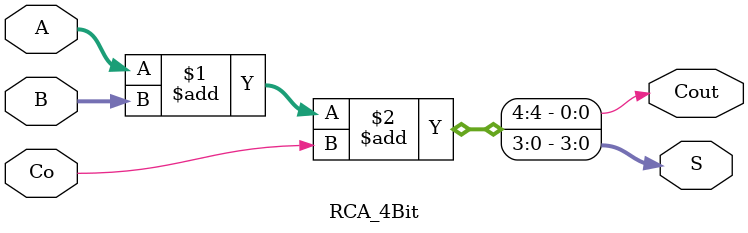
<source format=v>
`timescale 1ns / 1ps


module RCA_4Bit(Co,A,B,Cout,S);
input Co;
input [3:0]A,B;
output Cout;
output [3:0]S;
assign {Cout,S}=A+B+Co;
endmodule

</source>
